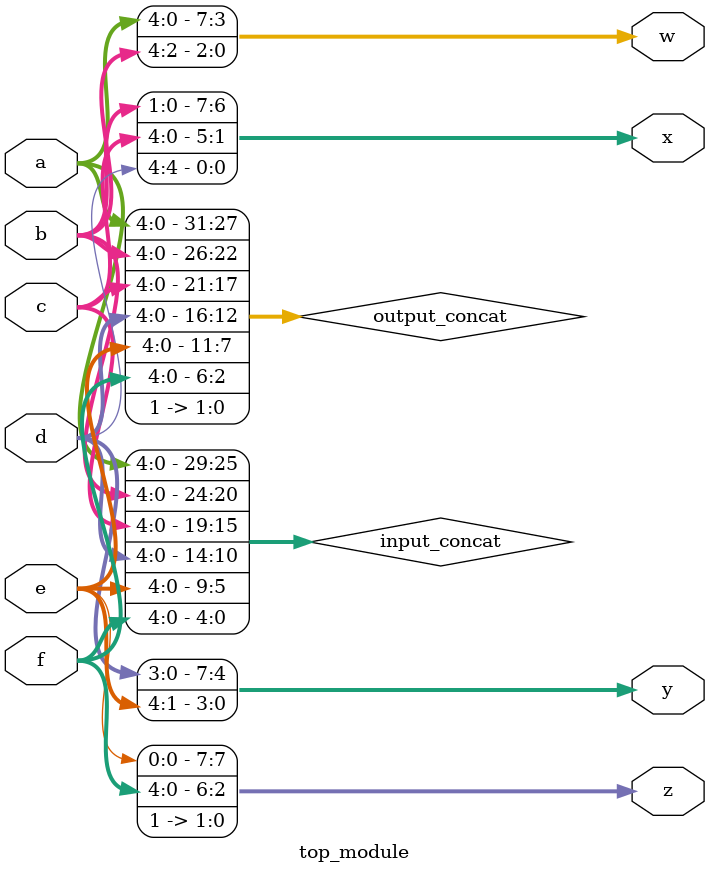
<source format=sv>
module top_module (
	input [4:0] a,
	input [4:0] b,
	input [4:0] c,
	input [4:0] d,
	input [4:0] e,
	input [4:0] f,
	output [7:0] w,
	output [7:0] x,
	output [7:0] y,
	output [7:0] z
);

	// Concatenate input vectors
	wire [29:0] input_concat;
	assign input_concat = {a, b, c, d, e, f};

	// Add two 1 bits to the end
	wire [31:0] output_concat;
	assign output_concat = {input_concat, 2'b11};

	// Split output vectors
	assign {w, x, y, z} = output_concat;

endmodule

</source>
